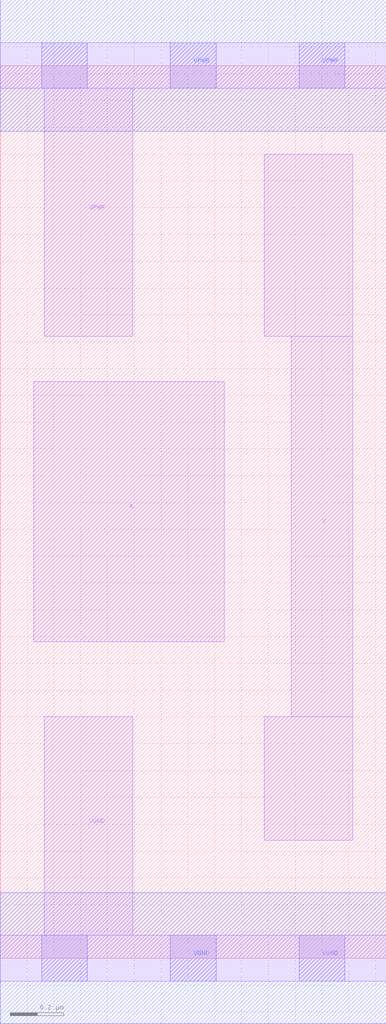
<source format=lef>
# Copyright 2020 The SkyWater PDK Authors
#
# Licensed under the Apache License, Version 2.0 (the "License");
# you may not use this file except in compliance with the License.
# You may obtain a copy of the License at
#
#     https://www.apache.org/licenses/LICENSE-2.0
#
# Unless required by applicable law or agreed to in writing, software
# distributed under the License is distributed on an "AS IS" BASIS,
# WITHOUT WARRANTIES OR CONDITIONS OF ANY KIND, either express or implied.
# See the License for the specific language governing permissions and
# limitations under the License.
#
# SPDX-License-Identifier: Apache-2.0

VERSION 5.7 ;
  NAMESCASESENSITIVE ON ;
  NOWIREEXTENSIONATPIN ON ;
  DIVIDERCHAR "/" ;
  BUSBITCHARS "[]" ;
UNITS
  DATABASE MICRONS 200 ;
END UNITS
MACRO sky130_fd_sc_lp__invlp_0
  CLASS CORE ;
  SOURCE USER ;
  FOREIGN sky130_fd_sc_lp__invlp_0 ;
  ORIGIN  0.000000  0.000000 ;
  SIZE  1.440000 BY  3.330000 ;
  SYMMETRY X Y R90 ;
  SITE unit ;
  PIN A
    ANTENNAGATEAREA  0.318000 ;
    DIRECTION INPUT ;
    USE SIGNAL ;
    PORT
      LAYER li1 ;
        RECT 0.125000 1.180000 0.835000 2.150000 ;
    END
  END A
  PIN Y
    ANTENNADIFFAREA  0.302100 ;
    DIRECTION OUTPUT ;
    USE SIGNAL ;
    PORT
      LAYER li1 ;
        RECT 0.985000 0.440000 1.315000 0.900000 ;
        RECT 0.985000 2.320000 1.315000 3.000000 ;
        RECT 1.085000 0.900000 1.315000 2.320000 ;
    END
  END Y
  PIN VGND
    DIRECTION INOUT ;
    USE GROUND ;
    PORT
      LAYER li1 ;
        RECT 0.000000 -0.085000 1.440000 0.085000 ;
        RECT 0.165000  0.085000 0.495000 0.900000 ;
      LAYER mcon ;
        RECT 0.155000 -0.085000 0.325000 0.085000 ;
        RECT 0.635000 -0.085000 0.805000 0.085000 ;
        RECT 1.115000 -0.085000 1.285000 0.085000 ;
      LAYER met1 ;
        RECT 0.000000 -0.245000 1.440000 0.245000 ;
    END
  END VGND
  PIN VPWR
    DIRECTION INOUT ;
    USE POWER ;
    PORT
      LAYER li1 ;
        RECT 0.000000 3.245000 1.440000 3.415000 ;
        RECT 0.165000 2.320000 0.495000 3.245000 ;
      LAYER mcon ;
        RECT 0.155000 3.245000 0.325000 3.415000 ;
        RECT 0.635000 3.245000 0.805000 3.415000 ;
        RECT 1.115000 3.245000 1.285000 3.415000 ;
      LAYER met1 ;
        RECT 0.000000 3.085000 1.440000 3.575000 ;
    END
  END VPWR
END sky130_fd_sc_lp__invlp_0

</source>
